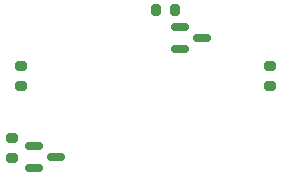
<source format=gbr>
%TF.GenerationSoftware,KiCad,Pcbnew,7.0.9*%
%TF.CreationDate,2023-12-30T10:40:08-05:00*%
%TF.ProjectId,DIY HBridge,44495920-4842-4726-9964-67652e6b6963,rev?*%
%TF.SameCoordinates,Original*%
%TF.FileFunction,Paste,Top*%
%TF.FilePolarity,Positive*%
%FSLAX46Y46*%
G04 Gerber Fmt 4.6, Leading zero omitted, Abs format (unit mm)*
G04 Created by KiCad (PCBNEW 7.0.9) date 2023-12-30 10:40:08*
%MOMM*%
%LPD*%
G01*
G04 APERTURE LIST*
G04 Aperture macros list*
%AMRoundRect*
0 Rectangle with rounded corners*
0 $1 Rounding radius*
0 $2 $3 $4 $5 $6 $7 $8 $9 X,Y pos of 4 corners*
0 Add a 4 corners polygon primitive as box body*
4,1,4,$2,$3,$4,$5,$6,$7,$8,$9,$2,$3,0*
0 Add four circle primitives for the rounded corners*
1,1,$1+$1,$2,$3*
1,1,$1+$1,$4,$5*
1,1,$1+$1,$6,$7*
1,1,$1+$1,$8,$9*
0 Add four rect primitives between the rounded corners*
20,1,$1+$1,$2,$3,$4,$5,0*
20,1,$1+$1,$4,$5,$6,$7,0*
20,1,$1+$1,$6,$7,$8,$9,0*
20,1,$1+$1,$8,$9,$2,$3,0*%
G04 Aperture macros list end*
%ADD10RoundRect,0.150000X-0.587500X-0.150000X0.587500X-0.150000X0.587500X0.150000X-0.587500X0.150000X0*%
%ADD11RoundRect,0.200000X-0.275000X0.200000X-0.275000X-0.200000X0.275000X-0.200000X0.275000X0.200000X0*%
%ADD12RoundRect,0.200000X0.200000X0.275000X-0.200000X0.275000X-0.200000X-0.275000X0.200000X-0.275000X0*%
G04 APERTURE END LIST*
D10*
%TO.C,Q5*%
X67896500Y-64328000D03*
X67896500Y-66228000D03*
X69771500Y-65278000D03*
%TD*%
D11*
%TO.C,R2*%
X87884000Y-57595000D03*
X87884000Y-59245000D03*
%TD*%
%TO.C,R1*%
X66802000Y-57595000D03*
X66802000Y-59245000D03*
%TD*%
%TO.C,R4*%
X66040000Y-63691000D03*
X66040000Y-65341000D03*
%TD*%
D12*
%TO.C,R3*%
X79819000Y-52832000D03*
X78169000Y-52832000D03*
%TD*%
D10*
%TO.C,Q6*%
X80264000Y-54234000D03*
X80264000Y-56134000D03*
X82139000Y-55184000D03*
%TD*%
M02*

</source>
